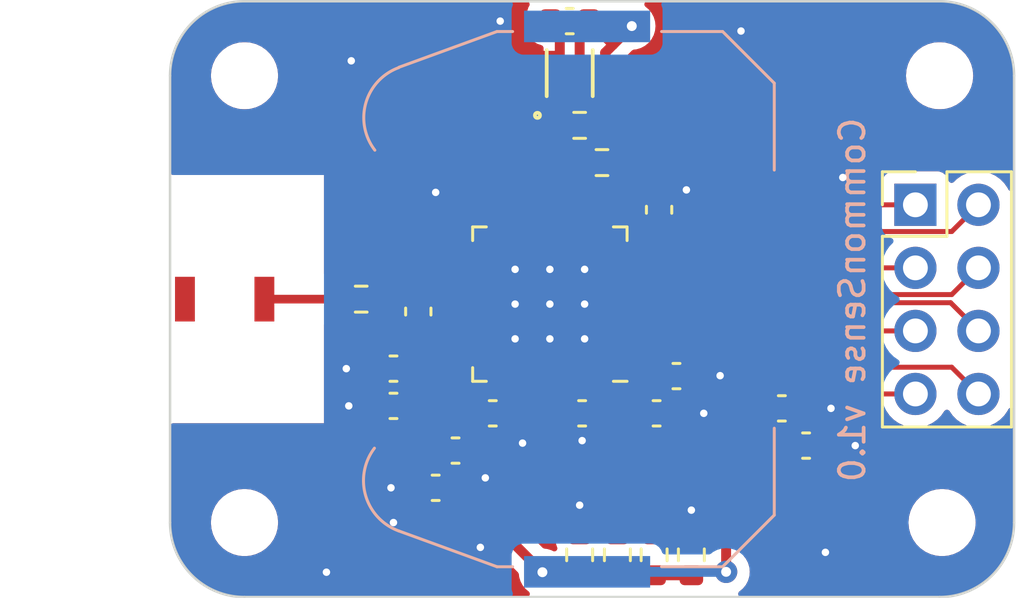
<source format=kicad_pcb>
(kicad_pcb (version 20221018) (generator pcbnew)
  (layers (0 "F.Cu" signal) (31 "B.Cu" signal) (34 "B.Paste" user) (35 "F.Paste" user) (36 "B.SilkS" user "B.Silkscreen") (37 "F.SilkS" user "F.Silkscreen") (38 "B.Mask" user) (39 "F.Mask" user) (44 "Edge.Cuts" user))
  (net 0 "")
  (net 1 "/RF")
  (net 2 "+3V3")
  (net 3 "GND")
  (net 4 "/XL1")
  (net 5 "/XL2")
  (net 6 "/DEC1")
  (net 7 "/DEC4")
  (net 8 "/DEC3")
  (net 9 "/DEC2")
  (net 10 "/XC1")
  (net 11 "/XC2")
  (net 12 "/ANT")
  (net 13 "/LED_RES1")
  (net 14 "/LED_RES2")
  (net 15 "/P0.09")
  (net 16 "/P0.08")
  (net 17 "/P0.07")
  (net 18 "/P0.06")
  (net 19 "/AIN3")
  (net 20 "/AIN2")
  (net 21 "/AIN1")
  (net 22 "/AIN0")
  (net 23 "/STATUS_LED1")
  (net 24 "/STATUS_LED2")
  (net 34 "/RESET")
  (net 35 "/SWDCLK")
  (net 36 "/SWDIO")
  (net 47 "/SDA")
  (net 48 "/SCL")
  (footprint "Capacitor_SMD:C_0603_1608Metric" (layer "F.Cu") (at 145 70.8 180)
    (fp_text reference "C9" hide)
    (fp_text value "N.C." hide)
    (fp_line (start -0.14058 -0.51) (end 0.14058 -0.51) (stroke (width 0.12)) (layer "F.SilkS"))
    (fp_line (start -0.14058 0.51) (end 0.14058 0.51) (stroke (width 0.12)) (layer "F.SilkS"))
    (pad "1" smd roundrect (at -0.775 0 180) (size 0.9 0.95) (layers "F.Cu" "F.Paste" "F.Mask") (net 9 "/DEC2"))
    (pad "2" smd roundrect (at 0.775 0 180) (size 0.9 0.95) (layers "F.Cu" "F.Paste" "F.Mask") (net 3 "GND"))
  )
  (footprint "Capacitor_SMD:C_0603_1608Metric" (layer "F.Cu") (at 156.4 71.1 180)
    (fp_text reference "C3" hide)
    (fp_text value "100n" hide)
    (fp_line (start -0.14058 -0.51) (end 0.14058 -0.51) (stroke (width 0.12)) (layer "F.SilkS"))
    (fp_line (start -0.14058 0.51) (end 0.14058 0.51) (stroke (width 0.12)) (layer "F.SilkS"))
    (pad "1" smd roundrect (at -0.775 0 180) (size 0.9 0.95) (layers "F.Cu" "F.Paste" "F.Mask") (net 3 "GND"))
    (pad "2" smd roundrect (at 0.775 0 180) (size 0.9 0.95) (layers "F.Cu" "F.Paste" "F.Mask") (net 6 "/DEC1"))
  )
  (footprint "MountingHole:MountingHole_2.2mm_M2" (layer "F.Cu") (at 167.1 77)
    (fp_text reference "H4" hide)
    (fp_text value "MountingHole" hide)
    (pad "" np_thru_hole circle locked (at 0 0) (size 2.2 2.2) (drill 2.2) (layers "*.Cu" "*.Mask"))
  )
  (footprint "MountingHole:MountingHole_2.2mm_M2" (layer "F.Cu") (at 139 77)
    (fp_text reference "H1" hide)
    (fp_text value "MountingHole" hide)
    (pad "" np_thru_hole circle locked (at 0 0) (size 2.2 2.2) (drill 2.2) (layers "*.Cu" "*.Mask"))
  )
  (footprint "Connector_PinHeader_2.54mm:PinHeader_2x04_P2.54mm_Vertical" (layer "F.Cu") (at 166.025 64.2)
    (fp_text reference "J1" hide)
    (fp_text value "Conn_02x04_Counter_Clockwise" hide)
    (fp_line (start -1.33 -1.33) (end 0 -1.33) (stroke (width 0.12)) (layer "F.SilkS"))
    (fp_line (start -1.33 0) (end -1.33 -1.33) (stroke (width 0.12)) (layer "F.SilkS"))
    (fp_line (start -1.33 1.27) (end -1.33 8.95) (stroke (width 0.12)) (layer "F.SilkS"))
    (fp_line (start -1.33 1.27) (end 1.27 1.27) (stroke (width 0.12)) (layer "F.SilkS"))
    (fp_line (start -1.33 8.95) (end 3.87 8.95) (stroke (width 0.12)) (layer "F.SilkS"))
    (fp_line (start 1.27 -1.33) (end 3.87 -1.33) (stroke (width 0.12)) (layer "F.SilkS"))
    (fp_line (start 1.27 1.27) (end 1.27 -1.33) (stroke (width 0.12)) (layer "F.SilkS"))
    (fp_line (start 3.87 -1.33) (end 3.87 8.95) (stroke (width 0.12)) (layer "F.SilkS"))
    (pad "1" thru_hole rect (at 0 0) (size 1.7 1.7) (drill 1) (layers "*.Cu" "*.Mask") (net 15 "/P0.09"))
    (pad "2" thru_hole oval (at 2.54 0) (size 1.7 1.7) (drill 1) (layers "*.Cu" "*.Mask") (net 16 "/P0.08"))
    (pad "3" thru_hole oval (at 0 2.54) (size 1.7 1.7) (drill 1) (layers "*.Cu" "*.Mask") (net 17 "/P0.07"))
    (pad "4" thru_hole oval (at 2.54 2.54) (size 1.7 1.7) (drill 1) (layers "*.Cu" "*.Mask") (net 18 "/P0.06"))
    (pad "5" thru_hole oval (at 0 5.08) (size 1.7 1.7) (drill 1) (layers "*.Cu" "*.Mask") (net 20 "/AIN2"))
    (pad "6" thru_hole oval (at 2.54 5.08) (size 1.7 1.7) (drill 1) (layers "*.Cu" "*.Mask") (net 19 "/AIN3"))
    (pad "7" thru_hole oval (at 0 7.62) (size 1.7 1.7) (drill 1) (layers "*.Cu" "*.Mask") (net 22 "/AIN0"))
    (pad "8" thru_hole oval (at 2.54 7.62) (size 1.7 1.7) (drill 1) (layers "*.Cu" "*.Mask") (net 21 "/AIN1"))
  )
  (footprint "encyclopedia_galactica:ECS-.327-12.5-12R-TR" (layer "F.Cu") (at 160.076228 75.527211 180)
    (fp_text reference "Y1" hide)
    (fp_text value " ECS-.327-12.5-12R-TR " hide)
    (pad "1" smd rect (at -0.7 0 180) (size 0.6 1.1) (layers "F.Cu" "F.Paste" "F.Mask") (net 5 "/XL2"))
    (pad "2" smd rect (at 0.7 0 180) (size 0.6 1.1) (layers "F.Cu" "F.Paste" "F.Mask") (net 4 "/XL1"))
  )
  (footprint "encyclopedia_galactica:2108838-1" (layer "F.Cu") (at 135.7 68)
    (fp_text reference "2108838-1" hide)
    (fp_text value "~" hide)
    (pad "1" smd rect (at 4.1 0) (size 0.8 1.8) (layers "F.Cu" "F.Paste" "F.Mask") (net 1 "/RF"))
    (pad "2" smd rect (at 0.9 0) (size 0.8 1.8) (layers "F.Cu" "F.Paste" "F.Mask"))
    (zone (net 0) (net_name "") (layers "*.Cu") (connect_pads (clearance 0)) (min_thickness 0.25)
      (keepout (tracks allowed) (vias not_allowed) (pads allowed) (copperpour not_allowed) (footprints not_allowed))
      (fill (thermal_gap 0.5) (thermal_bridge_width 0.5))
      (polygon (pts (xy 129.2 63) (xy 129.2 73) (xy 142.2 73) (xy 142.2 63)))
    )
  )
  (footprint "MountingHole:MountingHole_2.2mm_M2" (layer "F.Cu") (at 139 59)
    (fp_text reference "H2" hide)
    (fp_text value "MountingHole" hide)
    (pad "" np_thru_hole circle locked (at 0 0) (size 2.2 2.2) (drill 2.2) (layers "*.Cu" "*.Mask"))
  )
  (footprint "Resistor_SMD:R_0603_1608Metric" (layer "F.Cu") (at 154.02 78.3 -90)
    (fp_text reference "R2" hide)
    (fp_text value "R" hide)
    (fp_line (start -0.237258 -0.5225) (end 0.237258 -0.5225) (stroke (width 0.12)) (layer "F.SilkS"))
    (fp_line (start -0.237258 0.5225) (end 0.237258 0.5225) (stroke (width 0.12)) (layer "F.SilkS"))
    (pad "1" smd roundrect (at -0.825 0 270) (size 0.8 0.95) (layers "F.Cu" "F.Paste" "F.Mask") (net 24 "/STATUS_LED2"))
    (pad "2" smd roundrect (at 0.825 0 270) (size 0.8 0.95) (layers "F.Cu" "F.Paste" "F.Mask") (net 14 "/LED_RES2"))
  )
  (footprint "Resistor_SMD:R_0603_1608Metric" (layer "F.Cu") (at 157 78.3 -90)
    (fp_text reference "D1" hide)
    (fp_text value "LED" hide)
    (fp_line (start -0.237258 -0.5225) (end 0.237258 -0.5225) (stroke (width 0.12)) (layer "F.SilkS"))
    (fp_line (start -0.237258 0.5225) (end 0.237258 0.5225) (stroke (width 0.12)) (layer "F.SilkS"))
    (pad "1" smd roundrect (at -0.825 0 270) (size 0.8 0.95) (layers "F.Cu" "F.Paste" "F.Mask") (net 3 "GND"))
    (pad "2" smd roundrect (at 0.825 0 270) (size 0.8 0.95) (layers "F.Cu" "F.Paste" "F.Mask") (net 13 "/LED_RES1"))
  )
  (footprint "Package_DFN_QFN:QFN-48-1EP_6x6mm_P0.4mm_EP4.6x4.6mm" (layer "F.Cu") (at 151.3 68.2 180)
    (fp_text reference "U1" hide)
    (fp_text value "NRF52810-QFAA-R7" hide)
    (fp_line (start -3.11 3.11) (end -3.11 2.56) (stroke (width 0.12)) (layer "F.SilkS"))
    (fp_line (start -2.56 -3.11) (end -3.11 -3.11) (stroke (width 0.12)) (layer "F.SilkS"))
    (fp_line (start -2.56 3.11) (end -3.11 3.11) (stroke (width 0.12)) (layer "F.SilkS"))
    (fp_line (start 2.56 -3.11) (end 3.11 -3.11) (stroke (width 0.12)) (layer "F.SilkS"))
    (fp_line (start 2.56 3.11) (end 3.11 3.11) (stroke (width 0.12)) (layer "F.SilkS"))
    (fp_line (start 3.11 -3.11) (end 3.11 -2.56) (stroke (width 0.12)) (layer "F.SilkS"))
    (fp_line (start 3.11 3.11) (end 3.11 2.56) (stroke (width 0.12)) (layer "F.SilkS"))
    (pad "1" smd roundrect (at -2.95 -2.2 180) (size 0.8 0.2) (layers "F.Cu" "F.Paste" "F.Mask") (net 6 "/DEC1"))
    (pad "2" smd roundrect (at -2.95 -1.8 180) (size 0.8 0.2) (layers "F.Cu" "F.Paste" "F.Mask") (net 4 "/XL1"))
    (pad "3" smd roundrect (at -2.95 -1.4 180) (size 0.8 0.2) (layers "F.Cu" "F.Paste" "F.Mask") (net 5 "/XL2"))
    (pad "4" smd roundrect (at -2.95 -1 180) (size 0.8 0.2) (layers "F.Cu" "F.Paste" "F.Mask") (net 22 "/AIN0"))
    (pad "5" smd roundrect (at -2.95 -0.6 180) (size 0.8 0.2) (layers "F.Cu" "F.Paste" "F.Mask") (net 21 "/AIN1"))
    (pad "6" smd roundrect (at -2.95 -0.2 180) (size 0.8 0.2) (layers "F.Cu" "F.Paste" "F.Mask") (net 20 "/AIN2"))
    (pad "7" smd roundrect (at -2.95 0.2 180) (size 0.8 0.2) (layers "F.Cu" "F.Paste" "F.Mask") (net 19 "/AIN3"))
    (pad "8" smd roundrect (at -2.95 0.6 180) (size 0.8 0.2) (layers "F.Cu" "F.Paste" "F.Mask") (net 18 "/P0.06"))
    (pad "9" smd roundrect (at -2.95 1 180) (size 0.8 0.2) (layers "F.Cu" "F.Paste" "F.Mask") (net 17 "/P0.07"))
    (pad "10" smd roundrect (at -2.95 1.4 180) (size 0.8 0.2) (layers "F.Cu" "F.Paste" "F.Mask") (net 16 "/P0.08"))
    (pad "11" smd roundrect (at -2.95 1.8 180) (size 0.8 0.2) (layers "F.Cu" "F.Paste" "F.Mask") (net 15 "/P0.09"))
    (pad "12" smd roundrect (at -2.95 2.2 180) (size 0.8 0.2) (layers "F.Cu" "F.Paste" "F.Mask"))
    (pad "13" smd roundrect (at -2.2 2.95 180) (size 0.2 0.8) (layers "F.Cu" "F.Paste" "F.Mask") (net 2 "+3V3"))
    (pad "14" smd roundrect (at -1.8 2.95 180) (size 0.2 0.8) (layers "F.Cu" "F.Paste" "F.Mask"))
    (pad "15" smd roundrect (at -1.4 2.95 180) (size 0.2 0.8) (layers "F.Cu" "F.Paste" "F.Mask"))
    (pad "16" smd roundrect (at -1 2.95 180) (size 0.2 0.8) (layers "F.Cu" "F.Paste" "F.Mask") (net 48 "/SCL"))
    (pad "17" smd roundrect (at -0.6 2.95 180) (size 0.2 0.8) (layers "F.Cu" "F.Paste" "F.Mask") (net 47 "/SDA"))
    (pad "18" smd roundrect (at -0.2 2.95 180) (size 0.2 0.8) (layers "F.Cu" "F.Paste" "F.Mask"))
    (pad "19" smd roundrect (at 0.2 2.95 180) (size 0.2 0.8) (layers "F.Cu" "F.Paste" "F.Mask"))
    (pad "20" smd roundrect (at 0.6 2.95 180) (size 0.2 0.8) (layers "F.Cu" "F.Paste" "F.Mask"))
    (pad "21" smd roundrect (at 1 2.95 180) (size 0.2 0.8) (layers "F.Cu" "F.Paste" "F.Mask"))
    (pad "22" smd roundrect (at 1.4 2.95 180) (size 0.2 0.8) (layers "F.Cu" "F.Paste" "F.Mask"))
    (pad "23" smd roundrect (at 1.8 2.95 180) (size 0.2 0.8) (layers "F.Cu" "F.Paste" "F.Mask"))
    (pad "24" smd roundrect (at 2.2 2.95 180) (size 0.2 0.8) (layers "F.Cu" "F.Paste" "F.Mask") (net 34 "/RESET"))
    (pad "25" smd roundrect (at 2.95 2.2 180) (size 0.8 0.2) (layers "F.Cu" "F.Paste" "F.Mask") (net 35 "/SWDCLK"))
    (pad "26" smd roundrect (at 2.95 1.8 180) (size 0.8 0.2) (layers "F.Cu" "F.Paste" "F.Mask") (net 36 "/SWDIO"))
    (pad "27" smd roundrect (at 2.95 1.4 180) (size 0.8 0.2) (layers "F.Cu" "F.Paste" "F.Mask"))
    (pad "28" smd roundrect (at 2.95 1 180) (size 0.8 0.2) (layers "F.Cu" "F.Paste" "F.Mask"))
    (pad "29" smd roundrect (at 2.95 0.6 180) (size 0.8 0.2) (layers "F.Cu" "F.Paste" "F.Mask"))
    (pad "30" smd roundrect (at 2.95 0.2 180) (size 0.8 0.2) (layers "F.Cu" "F.Paste" "F.Mask") (net 12 "/ANT"))
    (pad "31" smd roundrect (at 2.95 -0.2 180) (size 0.8 0.2) (layers "F.Cu" "F.Paste" "F.Mask") (net 3 "GND"))
    (pad "32" smd roundrect (at 2.95 -0.6 180) (size 0.8 0.2) (layers "F.Cu" "F.Paste" "F.Mask") (net 9 "/DEC2"))
    (pad "33" smd roundrect (at 2.95 -1 180) (size 0.8 0.2) (layers "F.Cu" "F.Paste" "F.Mask") (net 8 "/DEC3"))
    (pad "34" smd roundrect (at 2.95 -1.4 180) (size 0.8 0.2) (layers "F.Cu" "F.Paste" "F.Mask") (net 11 "/XC2"))
    (pad "35" smd roundrect (at 2.95 -1.8 180) (size 0.8 0.2) (layers "F.Cu" "F.Paste" "F.Mask") (net 10 "/XC1"))
    (pad "36" smd roundrect (at 2.95 -2.2 180) (size 0.8 0.2) (layers "F.Cu" "F.Paste" "F.Mask") (net 2 "+3V3"))
    (pad "37" smd roundrect (at 2.2 -2.95 180) (size 0.2 0.8) (layers "F.Cu" "F.Paste" "F.Mask"))
    (pad "38" smd roundrect (at 1.8 -2.95 180) (size 0.2 0.8) (layers "F.Cu" "F.Paste" "F.Mask"))
    (pad "39" smd roundrect (at 1.4 -2.95 180) (size 0.2 0.8) (layers "F.Cu" "F.Paste" "F.Mask"))
    (pad "40" smd roundrect (at 1 -2.95 180) (size 0.2 0.8) (layers "F.Cu" "F.Paste" "F.Mask"))
    (pad "41" smd roundrect (at 0.6 -2.95 180) (size 0.2 0.8) (layers "F.Cu" "F.Paste" "F.Mask") (net 24 "/STATUS_LED2"))
    (pad "42" smd roundrect (at 0.2 -2.95 180) (size 0.2 0.8) (layers "F.Cu" "F.Paste" "F.Mask") (net 23 "/STATUS_LED1"))
    (pad "43" smd roundrect (at -0.2 -2.95 180) (size 0.2 0.8) (layers "F.Cu" "F.Paste" "F.Mask"))
    (pad "44" smd roundrect (at -0.6 -2.95 180) (size 0.2 0.8) (layers "F.Cu" "F.Paste" "F.Mask"))
    (pad "45" smd roundrect (at -1 -2.95 180) (size 0.2 0.8) (layers "F.Cu" "F.Paste" "F.Mask") (net 3 "GND"))
    (pad "46" smd roundrect (at -1.4 -2.95 180) (size 0.2 0.8) (layers "F.Cu" "F.Paste" "F.Mask") (net 7 "/DEC4"))
    (pad "47" smd roundrect (at -1.8 -2.95 180) (size 0.2 0.8) (layers "F.Cu" "F.Paste" "F.Mask"))
    (pad "48" smd roundrect (at -2.2 -2.95 180) (size 0.2 0.8) (layers "F.Cu" "F.Paste" "F.Mask") (net 2 "+3V3"))
    (pad "49" smd rect (at 0 0 180) (size 4.6 4.6) (layers "F.Cu" "F.Mask") (net 3 "GND"))
  )
  (footprint "Capacitor_SMD:C_0603_1608Metric" (layer "F.Cu") (at 145 72.3 180)
    (fp_text reference "C8" hide)
    (fp_text value "100pF" hide)
    (fp_line (start -0.14058 -0.51) (end 0.14058 -0.51) (stroke (width 0.12)) (layer "F.SilkS"))
    (fp_line (start -0.14058 0.51) (end 0.14058 0.51) (stroke (width 0.12)) (layer "F.SilkS"))
    (pad "1" smd roundrect (at -0.775 0 180) (size 0.9 0.95) (layers "F.Cu" "F.Paste" "F.Mask") (net 8 "/DEC3"))
    (pad "2" smd roundrect (at 0.775 0 180) (size 0.9 0.95) (layers "F.Cu" "F.Paste" "F.Mask") (net 3 "GND"))
  )
  (footprint "Capacitor_SMD:C_0603_1608Metric" (layer "F.Cu") (at 155.6 72.6 180)
    (fp_text reference "C5" hide)
    (fp_text value "4u7" hide)
    (fp_line (start -0.14058 -0.51) (end 0.14058 -0.51) (stroke (width 0.12)) (layer "F.SilkS"))
    (fp_line (start -0.14058 0.51) (end 0.14058 0.51) (stroke (width 0.12)) (layer "F.SilkS"))
    (pad "1" smd roundrect (at -0.775 0 180) (size 0.9 0.95) (layers "F.Cu" "F.Paste" "F.Mask") (net 3 "GND"))
    (pad "2" smd roundrect (at 0.775 0 180) (size 0.9 0.95) (layers "F.Cu" "F.Paste" "F.Mask") (net 2 "+3V3"))
  )
  (footprint "Capacitor_SMD:C_0603_1608Metric" (layer "F.Cu") (at 147.5 74.1)
    (fp_text reference "C11" hide)
    (fp_text value "12pF" hide)
    (fp_line (start -0.14058 -0.51) (end 0.14058 -0.51) (stroke (width 0.12)) (layer "F.SilkS"))
    (fp_line (start -0.14058 0.51) (end 0.14058 0.51) (stroke (width 0.12)) (layer "F.SilkS"))
    (pad "1" smd roundrect (at -0.775 0) (size 0.9 0.95) (layers "F.Cu" "F.Paste" "F.Mask") (net 11 "/XC2"))
    (pad "2" smd roundrect (at 0.775 0) (size 0.9 0.95) (layers "F.Cu" "F.Paste" "F.Mask") (net 3 "GND"))
  )
  (footprint "Resistor_SMD:R_0603_1608Metric" (layer "F.Cu") (at 152.5 61 180)
    (fp_text reference "R4" hide)
    (fp_text value "10k" hide)
    (fp_line (start -0.237258 -0.5225) (end 0.237258 -0.5225) (stroke (width 0.12)) (layer "F.SilkS"))
    (fp_line (start -0.237258 0.5225) (end 0.237258 0.5225) (stroke (width 0.12)) (layer "F.SilkS"))
    (pad "1" smd roundrect (at -0.825 0 180) (size 0.8 0.95) (layers "F.Cu" "F.Paste" "F.Mask") (net 2 "+3V3"))
    (pad "2" smd roundrect (at 0.825 0 180) (size 0.8 0.95) (layers "F.Cu" "F.Paste" "F.Mask") (net 47 "/SDA"))
  )
  (footprint "Resistor_SMD:R_0603_1608Metric" (layer "F.Cu") (at 155.5 78.3 -90)
    (fp_text reference "R1" hide)
    (fp_text value "R" hide)
    (fp_line (start -0.237258 -0.5225) (end 0.237258 -0.5225) (stroke (width 0.12)) (layer "F.SilkS"))
    (fp_line (start -0.237258 0.5225) (end 0.237258 0.5225) (stroke (width 0.12)) (layer "F.SilkS"))
    (pad "1" smd roundrect (at -0.825 0 270) (size 0.8 0.95) (layers "F.Cu" "F.Paste" "F.Mask") (net 23 "/STATUS_LED1"))
    (pad "2" smd roundrect (at 0.825 0 270) (size 0.8 0.95) (layers "F.Cu" "F.Paste" "F.Mask") (net 13 "/LED_RES1"))
  )
  (footprint "MountingHole:MountingHole_2.2mm_M2" (layer "F.Cu") (at 167 59)
    (fp_text reference "H3" hide)
    (fp_text value "MountingHole" hide)
    (pad "" np_thru_hole circle locked (at 0 0) (size 2.2 2.2) (drill 2.2) (layers "*.Cu" "*.Mask"))
  )
  (footprint "Resistor_SMD:R_0603_1608Metric" (layer "F.Cu") (at 143.7 68 180)
    (fp_text reference "L1" hide)
    (fp_text value "3.9nH" hide)
    (fp_line (start -0.237258 -0.5225) (end 0.237258 -0.5225) (stroke (width 0.12)) (layer "F.SilkS"))
    (fp_line (start -0.237258 0.5225) (end 0.237258 0.5225) (stroke (width 0.12)) (layer "F.SilkS"))
    (pad "1" smd roundrect (at -0.825 0 180) (size 0.8 0.95) (layers "F.Cu" "F.Paste" "F.Mask") (net 12 "/ANT"))
    (pad "2" smd roundrect (at 0.825 0 180) (size 0.8 0.95) (layers "F.Cu" "F.Paste" "F.Mask") (net 1 "/RF"))
  )
  (footprint "Resistor_SMD:R_0603_1608Metric" (layer "F.Cu") (at 153.4 62.5)
    (fp_text reference "R3" hide)
    (fp_text value "10k" hide)
    (fp_line (start -0.237258 -0.5225) (end 0.237258 -0.5225) (stroke (width 0.12)) (layer "F.SilkS"))
    (fp_line (start -0.237258 0.5225) (end 0.237258 0.5225) (stroke (width 0.12)) (layer "F.SilkS"))
    (pad "1" smd roundrect (at -0.825 0) (size 0.8 0.95) (layers "F.Cu" "F.Paste" "F.Mask") (net 48 "/SCL"))
    (pad "2" smd roundrect (at 0.825 0) (size 0.8 0.95) (layers "F.Cu" "F.Paste" "F.Mask") (net 2 "+3V3"))
  )
  (footprint "Capacitor_SMD:C_0603_1608Metric" (layer "F.Cu") (at 149 72.6 180)
    (fp_text reference "C7" hide)
    (fp_text value "100n" hide)
    (fp_line (start -0.14058 -0.51) (end 0.14058 -0.51) (stroke (width 0.12)) (layer "F.SilkS"))
    (fp_line (start -0.14058 0.51) (end 0.14058 0.51) (stroke (width 0.12)) (layer "F.SilkS"))
    (pad "1" smd roundrect (at -0.775 0 180) (size 0.9 0.95) (layers "F.Cu" "F.Paste" "F.Mask") (net 3 "GND"))
    (pad "2" smd roundrect (at 0.775 0 180) (size 0.9 0.95) (layers "F.Cu" "F.Paste" "F.Mask") (net 2 "+3V3"))
  )
  (footprint "Capacitor_SMD:C_0603_1608Metric" (layer "F.Cu") (at 152.1 56.8 180)
    (fp_text reference "C13" hide)
    (fp_text value "100n" hide)
    (fp_line (start -0.14058 -0.51) (end 0.14058 -0.51) (stroke (width 0.12)) (layer "F.SilkS"))
    (fp_line (start -0.14058 0.51) (end 0.14058 0.51) (stroke (width 0.12)) (layer "F.SilkS"))
    (pad "1" smd roundrect (at -0.775 0 180) (size 0.9 0.95) (layers "F.Cu" "F.Paste" "F.Mask") (net 2 "+3V3"))
    (pad "2" smd roundrect (at 0.775 0 180) (size 0.9 0.95) (layers "F.Cu" "F.Paste" "F.Mask") (net 3 "GND"))
  )
  (footprint "Capacitor_SMD:C_0603_1608Metric" (layer "F.Cu") (at 161.62255 73.900001)
    (fp_text reference "C2" hide)
    (fp_text value "12pF" hide)
    (fp_line (start -0.14058 -0.51) (end 0.14058 -0.51) (stroke (width 0.12)) (layer "F.SilkS"))
    (fp_line (start -0.14058 0.51) (end 0.14058 0.51) (stroke (width 0.12)) (layer "F.SilkS"))
    (pad "1" smd roundrect (at -0.775 0) (size 0.9 0.95) (layers "F.Cu" "F.Paste" "F.Mask") (net 5 "/XL2"))
    (pad "2" smd roundrect (at 0.775 0) (size 0.9 0.95) (layers "F.Cu" "F.Paste" "F.Mask") (net 3 "GND"))
  )
  (footprint "Capacitor_SMD:C_0603_1608Metric" (layer "F.Cu") (at 155.7 64.4 -90)
    (fp_text reference "C4" hide)
    (fp_text value "100n" hide)
    (fp_line (start -0.14058 -0.51) (end 0.14058 -0.51) (stroke (width 0.12)) (layer "F.SilkS"))
    (fp_line (start -0.14058 0.51) (end 0.14058 0.51) (stroke (width 0.12)) (layer "F.SilkS"))
    (pad "1" smd roundrect (at -0.775 0 270) (size 0.9 0.95) (layers "F.Cu" "F.Paste" "F.Mask") (net 3 "GND"))
    (pad "2" smd roundrect (at 0.775 0 270) (size 0.9 0.95) (layers "F.Cu" "F.Paste" "F.Mask") (net 2 "+3V3"))
  )
  (footprint "encyclopedia_galactica:DFN4_SHT41_SEN" (layer "F.Cu") (at 152.1 58.8969 90)
    (fp_text reference "U2" hide)
    (fp_text value "SHT41-AD1B-R2" hide)
    (fp_line (start -0.9271 0.9271) (end 0.9271 0.9271) (stroke (width 0.1524)) (layer "F.SilkS"))
    (fp_line (start 0.9271 -0.9271) (end -0.9271 -0.9271) (stroke (width 0.1524)) (layer "F.SilkS"))
    (fp_circle (center -1.7 -1.3) (end -1.5984 -1.3) (stroke (width 0.1524)) (fill none) (layer "F.SilkS"))
    (pad "1" smd rect (at -0.7469 -0.40005 90) (size 0.706399 0.3056) (layers "F.Cu" "F.Paste" "F.Mask") (net 47 "/SDA"))
    (pad "2" smd rect (at -0.7469 0.40005 90) (size 0.706399 0.3056) (layers "F.Cu" "F.Paste" "F.Mask") (net 48 "/SCL"))
    (pad "3" smd rect (at 0.7469 0.40005 90) (size 0.706399 0.3056) (layers "F.Cu" "F.Paste" "F.Mask") (net 2 "+3V3"))
    (pad "4" smd rect (at 0.7469 -0.40005 90) (size 0.706399 0.3056) (layers "F.Cu" "F.Paste" "F.Mask") (net 3 "GND"))
  )
  (footprint "Capacitor_SMD:C_0603_1608Metric" (layer "F.Cu") (at 160.6451 72.400001)
    (fp_text reference "C1" hide)
    (fp_text value "12pF" hide)
    (fp_line (start -0.14058 -0.51) (end 0.14058 -0.51) (stroke (width 0.12)) (layer "F.SilkS"))
    (fp_line (start -0.14058 0.51) (end 0.14058 0.51) (stroke (width 0.12)) (layer "F.SilkS"))
    (pad "1" smd roundrect (at -0.775 0) (size 0.9 0.95) (layers "F.Cu" "F.Paste" "F.Mask") (net 4 "/XL1"))
    (pad "2" smd roundrect (at 0.775 0) (size 0.9 0.95) (layers "F.Cu" "F.Paste" "F.Mask") (net 3 "GND"))
  )
  (footprint "encyclopedia_galactica:ABM11W-30.0000MHZ-7-D1X-T3" (layer "F.Cu") (at 146.7625 77.5)
    (fp_text reference "Y2" hide)
    (fp_text value "ABM11W-32.0000MHZ-7-D1X-T3 " hide)
    (pad "1" smd rect (at -0.637 -0.487 90) (size 0.775 0.875) (layers "F.Cu" "F.Paste" "F.Mask") (net 3 "GND"))
    (pad "2" smd rect (at 0.637 -0.487 90) (size 0.775 0.875) (layers "F.Cu" "F.Paste" "F.Mask") (net 10 "/XC1"))
    (pad "3" smd rect (at -0.637 0.487 90) (size 0.775 0.875) (layers "F.Cu" "F.Paste" "F.Mask") (net 11 "/XC2"))
    (pad "4" smd rect (at 0.637 0.487 90) (size 0.775 0.875) (layers "F.Cu" "F.Paste" "F.Mask") (net 3 "GND"))
  )
  (footprint "Capacitor_SMD:C_0603_1608Metric" (layer "F.Cu") (at 146 68.5 90)
    (fp_text reference "C12" hide)
    (fp_text value "0.8pF" hide)
    (fp_line (start -0.14058 -0.51) (end 0.14058 -0.51) (stroke (width 0.12)) (layer "F.SilkS"))
    (fp_line (start -0.14058 0.51) (end 0.14058 0.51) (stroke (width 0.12)) (layer "F.SilkS"))
    (pad "1" smd roundrect (at -0.775 0 90) (size 0.9 0.95) (layers "F.Cu" "F.Paste" "F.Mask") (net 3 "GND"))
    (pad "2" smd roundrect (at 0.775 0 90) (size 0.9 0.95) (layers "F.Cu" "F.Paste" "F.Mask") (net 12 "/ANT"))
  )
  (footprint "Capacitor_SMD:C_0603_1608Metric" (layer "F.Cu") (at 152.6 72.6 180)
    (fp_text reference "C6" hide)
    (fp_text value "1u" hide)
    (fp_line (start -0.14058 -0.51) (end 0.14058 -0.51) (stroke (width 0.12)) (layer "F.SilkS"))
    (fp_line (start -0.14058 0.51) (end 0.14058 0.51) (stroke (width 0.12)) (layer "F.SilkS"))
    (pad "1" smd roundrect (at -0.775 0 180) (size 0.9 0.95) (layers "F.Cu" "F.Paste" "F.Mask") (net 7 "/DEC4"))
    (pad "2" smd roundrect (at 0.775 0 180) (size 0.9 0.95) (layers "F.Cu" "F.Paste" "F.Mask") (net 3 "GND"))
  )
  (footprint "Resistor_SMD:R_0603_1608Metric" (layer "F.Cu") (at 152.5 78.3 -90)
    (fp_text reference "D2" hide)
    (fp_text value "LED" hide)
    (fp_line (start -0.237258 -0.5225) (end 0.237258 -0.5225) (stroke (width 0.12)) (layer "F.SilkS"))
    (fp_line (start -0.237258 0.5225) (end 0.237258 0.5225) (stroke (width 0.12)) (layer "F.SilkS"))
    (pad "1" smd roundrect (at -0.825 0 270) (size 0.8 0.95) (layers "F.Cu" "F.Paste" "F.Mask") (net 3 "GND"))
    (pad "2" smd roundrect (at 0.825 0 270) (size 0.8 0.95) (layers "F.Cu" "F.Paste" "F.Mask") (net 14 "/LED_RES2"))
  )
  (footprint "Capacitor_SMD:C_0603_1608Metric" (layer "F.Cu") (at 146.7 75.6 180)
    (fp_text reference "C10" hide)
    (fp_text value "12pF" hide)
    (fp_line (start -0.14058 -0.51) (end 0.14058 -0.51) (stroke (width 0.12)) (layer "F.SilkS"))
    (fp_line (start -0.14058 0.51) (end 0.14058 0.51) (stroke (width 0.12)) (layer "F.SilkS"))
    (pad "1" smd roundrect (at -0.775 0 180) (size 0.9 0.95) (layers "F.Cu" "F.Paste" "F.Mask") (net 10 "/XC1"))
    (pad "2" smd roundrect (at 0.775 0 180) (size 0.9 0.95) (layers "F.Cu" "F.Paste" "F.Mask") (net 3 "GND"))
  )
  (footprint "Battery:BatteryHolder_Keystone_3034_1x20mm" (layer "B.Cu") (at 152.8 68 90)
    (fp_text reference "BT1" hide)
    (fp_text value "Battery_Cell" hide)
    (fp_line (start -10.78 -3.63) (end -9.34 -7.58) (stroke (width 0.12)) (layer "B.SilkS"))
    (fp_line (start -10.78 -3) (end -10.78 -3.63) (stroke (width 0.12)) (layer "B.SilkS"))
    (fp_line (start -10.78 5.46) (end -10.78 3) (stroke (width 0.12)) (layer "B.SilkS"))
    (fp_line (start -8.7 7.54) (end -10.78 5.46) (stroke (width 0.12)) (layer "B.SilkS"))
    (fp_line (start -5.2 7.54) (end -8.7 7.54) (stroke (width 0.12)) (layer "B.SilkS"))
    (fp_line (start 8.7 7.54) (end 5.2 7.54) (stroke (width 0.12)) (layer "B.SilkS"))
    (fp_line (start 8.7 7.54) (end 10.78 5.46) (stroke (width 0.12)) (layer "B.SilkS"))
    (fp_line (start 10.78 -3.63) (end 9.34 -7.58) (stroke (width 0.12)) (layer "B.SilkS"))
    (fp_line (start 10.78 -3) (end 10.78 -3.63) (stroke (width 0.12)) (layer "B.SilkS"))
    (fp_line (start 10.78 5.46) (end 10.78 3) (stroke (width 0.12)) (layer "B.SilkS"))
    (fp_arc (start -9.34 -7.58) (mid -7.921654 -8.918738) (end -6.003354 -8.56653) (stroke (width 0.12)) (layer "B.SilkS"))
    (fp_arc (start 6 -8.55) (mid 7.90634 -8.911669) (end 9.325243 -7.588169) (stroke (width 0.12)) (layer "B.SilkS"))
    (pad "1" smd rect (at -10.985 0 90) (size 1.27 5.08) (layers "B.Cu" "B.Paste" "B.Mask") (net 2 "+3V3"))
    (pad "1" smd rect (at 10.985 0 90) (size 1.27 5.08) (layers "B.Cu" "B.Paste" "B.Mask") (net 2 "+3V3"))
    (pad "2" smd circle (at 0 0 90) (size 17.8 17.8) (layers "B.Cu" "B.Mask") (net 3 "GND"))
  )
  (gr_line locked (start 167 80) (end 139 80) (stroke (width 0.1)) (layer "Edge.Cuts"))
  (gr_line locked (start 170 59) (end 170 77) (stroke (width 0.1)) (layer "Edge.Cuts"))
  (gr_arc locked (start 138.999999 80.000001) (mid 136.878679 79.121321) (end 135.999999 77.000001) (stroke (width 0.1)) (layer "Edge.Cuts"))
  (gr_arc locked (start 167 56) (mid 169.12132 56.87868) (end 170 59) (stroke (width 0.1)) (layer "Edge.Cuts"))
  (gr_arc locked (start 135.999999 58.999999) (mid 136.878679 56.878679) (end 138.999999 55.999999) (stroke (width 0.1)) (layer "Edge.Cuts"))
  (gr_line locked (start 139 56) (end 167 56) (stroke (width 0.1)) (layer "Edge.Cuts"))
  (gr_arc locked (start 170.000001 77.000001) (mid 169.121321 79.121321) (end 167.000001 80.000001) (stroke (width 0.1)) (layer "Edge.Cuts"))
  (gr_line locked (start 136 77) (end 136 59) (stroke (width 0.1)) (layer "Edge.Cuts"))
  (gr_text "CommonSense v1.0" (at 162.9 60.6 90) (layer "B.SilkS") (effects (font (size 1 1)) (justify left top mirror)))
  (segment (start 142.875 68) (end 139.8 68) (width 0.35) (layer "F.Cu") (net 1))
  (segment (start 154.225 62.5) (end 153.527 62.5) (width 0.4) (layer "F.Cu") (net 2))
  (segment (start 148.225 72.6) (end 148.225 70.525) (width 0.4) (layer "F.Cu") (net 2))
  (segment (start 154.825 72.6) (end 153.6 71.375) (width 0.4) (layer "F.Cu") (net 2))
  (segment (start 148.323 70.427) (end 148.35 70.427) (width 0.4) (layer "F.Cu") (net 2))
  (segment (start 153.527 58.073) (end 153.527 62.5) (width 0.4) (layer "F.Cu") (net 2))
  (segment (start 153.6 71.375) (end 153.6 71.15) (width 0.4) (layer "F.Cu") (net 2))
  (segment (start 153.527 62.5) (end 153.527 65.25) (width 0.4) (layer "F.Cu") (net 2))
  (segment (start 149.4 73.775) (end 149.4 77.4) (width 0.4) (layer "F.Cu") (net 2))
  (segment (start 152.50005 58.1531) (end 152.50005 57.17495) (width 0.4) (layer "F.Cu") (net 2))
  (segment (start 152.9 56.8) (end 153.85 57.75) (width 0.4) (layer "F.Cu") (net 2))
  (segment (start 148.225 72.6) (end 149.4 73.775) (width 0.4) (layer "F.Cu") (net 2))
  (segment (start 153.527 65.25) (end 155.625 65.25) (width 0.4) (layer "F.Cu") (net 2))
  (segment (start 155.625 65.25) (end 155.7 65.175) (width 0.4) (layer "F.Cu") (net 2))
  (segment (start 152.875 56.8) (end 152.9 56.8) (width 0.4) (layer "F.Cu") (net 2))
  (segment (start 158.4 76.175) (end 154.825 72.6) (width 0.4) (layer "F.Cu") (net 2))
  (segment (start 152.50005 57.17495) (end 152.875 56.8) (width 0.4) (layer "F.Cu") (net 2))
  (segment (start 153.85 57.75) (end 154.6 57) (width 0.4) (layer "F.Cu") (net 2))
  (segment (start 153.85 57.75) (end 153.527 58.073) (width 0.4) (layer "F.Cu") (net 2))
  (segment (start 148.225 70.525) (end 148.323 70.427) (width 0.4) (layer "F.Cu") (net 2))
  (segment (start 149.4 77.4) (end 151 79) (width 0.4) (layer "F.Cu") (net 2))
  (segment (start 158.4 78.985) (end 158.4 76.175) (width 0.4) (layer "F.Cu") (net 2))
  (via (at 158.4 78.985) (size 0.9) (drill 0.4) (layers "F.Cu" "B.Cu") (net 2))
  (via (at 154.6 57) (size 0.9) (drill 0.4) (layers "F.Cu" "B.Cu") (net 2))
  (via (at 151 79) (size 0.9) (drill 0.4) (layers "F.Cu" "B.Cu") (net 2))
  (segment (start 158.4 78.985) (end 152.8 78.985) (width 0.4) (layer "B.Cu") (net 2))
  (segment (start 158.14136 71.1) (end 157.175 71.1) (width 0.4) (layer "F.Cu") (net 3))
  (segment (start 144.225 70.8) (end 143.1 70.8) (width 0.4) (layer "F.Cu") (net 3))
  (segment (start 158.15864 71.08272) (end 158.14136 71.1) (width 0.4) (layer "F.Cu") (net 3))
  (segment (start 152.3 71.15) (end 152.3 72.125) (width 0.2) (layer "F.Cu") (net 3))
  (segment (start 156.8 63.6) (end 155.725 63.6) (width 0.4) (layer "F.Cu") (net 3))
  (segment (start 148.487 77.987) (end 148.5 78) (width 0.4) (layer "F.Cu") (net 3))
  (segment (start 149.7 68.4) (end 149.9 68.2) (width 0.2) (layer "F.Cu") (net 3))
  (segment (start 151.69995 57.17495) (end 151.325 56.8) (width 0.4) (layer "F.Cu") (net 3))
  (segment (start 149.775 73.375) (end 150.2 73.8) (width 0.4) (layer "F.Cu") (net 3))
  (segment (start 155.725 63.6) (end 155.7 63.625) (width 0.4) (layer "F.Cu") (net 3))
  (segment (start 151.325 56.8) (end 149.3 56.8) (width 0.4) (layer "F.Cu") (net 3))
  (segment (start 152.3 72.125) (end 151.825 72.6) (width 0.2) (layer "F.Cu") (net 3))
  (segment (start 151.825 72.925) (end 152.6 73.7) (width 0.4) (layer "F.Cu") (net 3))
  (segment (start 145.925 75.6) (end 144.9 75.6) (width 0.4) (layer "F.Cu") (net 3))
  (segment (start 145.013 77.013) (end 145 77) (width 0.4) (layer "F.Cu") (net 3))
  (segment (start 148.375 74.1) (end 148.375 74.875) (width 0.4) (layer "F.Cu") (net 3))
  (segment (start 157 77.475) (end 157 76.5) (width 0.4) (layer "F.Cu") (net 3))
  (segment (start 161.420102 72.400001) (end 162.624999 72.400001) (width 0.4) (layer "F.Cu") (net 3))
  (segment (start 151.69995 58.1531) (end 151.69995 57.17495) (width 0.4) (layer "F.Cu") (net 3))
  (segment (start 144.225 72.3) (end 143.2 72.3) (width 0.4) (layer "F.Cu") (net 3))
  (segment (start 148.35 68.4) (end 148.312495 68.437505) (width 0.2) (layer "F.Cu") (net 3))
  (segment (start 152.5 77.475) (end 152.5 76.3) (width 0.4) (layer "F.Cu") (net 3))
  (segment (start 148.375 74.875) (end 148.7 75.2) (width 0.4) (layer "F.Cu") (net 3))
  (segment (start 156.375 72.6) (end 157.5 72.6) (width 0.4) (layer "F.Cu") (net 3))
  (segment (start 148.312495 68.437505) (end 146.837495 68.437505) (width 0.2) (layer "F.Cu") (net 3))
  (segment (start 149.775 72.6) (end 149.775 73.375) (width 0.4) (layer "F.Cu") (net 3))
  (segment (start 151.825 72.6) (end 151.825 72.925) (width 0.4) (layer "F.Cu") (net 3))
  (segment (start 146.837495 68.437505) (end 146 69.275) (width 0.2) (layer "F.Cu") (net 3))
  (segment (start 148.35 68.4) (end 149.7 68.4) (width 0.2) (layer "F.Cu") (net 3))
  (segment (start 162.39755 73.900001) (end 163.60245 73.899999) (width 0.4) (layer "F.Cu") (net 3))
  (segment (start 146.1255 77.013) (end 145.013 77.013) (width 0.4) (layer "F.Cu") (net 3))
  (segment (start 147.3995 77.987) (end 148.487 77.987) (width 0.4) (layer "F.Cu") (net 3))
  (via (at 157.5 72.6) (size 0.6) (drill 0.3) (layers "F.Cu" "B.Cu") (net 3))
  (via (at 151.3 69.6) (size 0.6) (drill 0.3) (layers "F.Cu" "B.Cu") (net 3))
  (via (at 142.3 79) (size 0.6) (drill 0.3) (layers "F.Cu" "B.Cu") (net 3))
  (via (at 162.4 78.2) (size 0.6) (drill 0.3) (layers "F.Cu" "B.Cu") (net 3))
  (via (at 158.15864 71.08272) (size 0.6) (drill 0.3) (layers "F.Cu" "B.Cu") (net 3))
  (via (at 163.1 63.1) (size 0.6) (drill 0.3) (layers "F.Cu" "B.Cu") (net 3))
  (via (at 144.9 75.6) (size 0.6) (drill 0.3) (layers "F.Cu" "B.Cu") (net 3))
  (via (at 157 76.5) (size 0.6) (drill 0.3) (layers "F.Cu" "B.Cu") (net 3))
  (via (at 148.5 78) (size 0.6) (drill 0.3) (layers "F.Cu" "B.Cu") (net 3))
  (via (at 148.7 75.2) (size 0.6) (drill 0.3) (layers "F.Cu" "B.Cu") (net 3))
  (via (at 149.9 68.2) (size 0.6) (drill 0.3) (layers "F.Cu" "B.Cu") (net 3))
  (via (at 162.624999 72.400001) (size 0.6) (drill 0.3) (layers "F.Cu" "B.Cu") (net 3))
  (via (at 152.5 76.3) (size 0.6) (drill 0.3) (layers "F.Cu" "B.Cu") (net 3))
  (via (at 149.3 56.8) (size 0.6) (drill 0.3) (layers "F.Cu" "B.Cu") (net 3))
  (via (at 149.9 66.8) (size 0.6) (drill 0.3) (layers "F.Cu" "B.Cu") (net 3))
  (via (at 149.9 69.6) (size 0.6) (drill 0.3) (layers "F.Cu" "B.Cu") (net 3))
  (via (at 146.7 63.7) (size 0.6) (drill 0.3) (layers "F.Cu" "B.Cu") (net 3))
  (via (at 156.8 63.6) (size 0.6) (drill 0.3) (layers "F.Cu" "B.Cu") (net 3))
  (via (at 150.2 73.8) (size 0.6) (drill 0.3) (layers "F.Cu" "B.Cu") (net 3))
  (via (at 143.3 58.4) (size 0.6) (drill 0.3) (layers "F.Cu" "B.Cu") (net 3))
  (via (at 163.60245 73.899999) (size 0.6) (drill 0.3) (layers "F.Cu" "B.Cu") (net 3))
  (via (at 152.7 68.2) (size 0.6) (drill 0.3) (layers "F.Cu" "B.Cu") (net 3))
  (via (at 151.3 68.2) (size 0.6) (drill 0.3) (layers "F.Cu" "B.Cu") (net 3))
  (via (at 152.6 73.7) (size 0.6) (drill 0.3) (layers "F.Cu" "B.Cu") (net 3))
  (via (at 159 57.2) (size 0.6) (drill 0.3) (layers "F.Cu" "B.Cu") (net 3))
  (via (at 145 77) (size 0.6) (drill 0.3) (layers "F.Cu" "B.Cu") (net 3))
  (via (at 143.2 72.3) (size 0.6) (drill 0.3) (layers "F.Cu" "B.Cu") (net 3))
  (via (at 151.3 66.8) (size 0.6) (drill 0.3) (layers "F.Cu" "B.Cu") (net 3))
  (via (at 143.1 70.8) (size 0.6) (drill 0.3) (layers "F.Cu" "B.Cu") (net 3))
  (via (at 152.7 66.8) (size 0.6) (drill 0.3) (layers "F.Cu" "B.Cu") (net 3))
  (via (at 152.7 69.6) (size 0.6) (drill 0.3) (layers "F.Cu" "B.Cu") (net 3))
  (segment (start 159.376228 71.555017) (end 157.821211 70) (width 0.2) (layer "F.Cu") (net 4))
  (segment (start 157.821211 70) (end 154.25 70) (width 0.2) (layer "F.Cu") (net 4))
  (segment (start 159.8701 72.400001) (end 159.376229 72.400001) (width 0.2) (layer "F.Cu") (net 4))
  (segment (start 159.376228 72.4) (end 159.376228 71.555017) (width 0.2) (layer "F.Cu") (net 4))
  (segment (start 159.376229 72.400001) (end 159.376228 72.4) (width 0.2) (layer "F.Cu") (net 4))
  (segment (start 159.376228 75.527211) (end 159.376228 72.4) (width 0.2) (layer "F.Cu") (net 4))
  (segment (start 160.7431 75.494083) (end 160.7431 71.8701) (width 0.2) (layer "F.Cu") (net 5))
  (segment (start 160.776228 75.527211) (end 160.7431 75.494083) (width 0.2) (layer "F.Cu") (net 5))
  (segment (start 160.7431 71.8701) (end 158.473 69.6) (width 0.2) (layer "F.Cu") (net 5))
  (segment (start 158.473 69.6) (end 154.25 69.6) (width 0.2) (layer "F.Cu") (net 5))
  (segment (start 154.925 70.4) (end 155.625 71.1) (width 0.2) (layer "F.Cu") (net 6))
  (segment (start 154.25 70.4) (end 154.925 70.4) (width 0.2) (layer "F.Cu") (net 6))
  (segment (start 152.7 71.15) (end 152.7 72.1) (width 0.2) (layer "F.Cu") (net 7))
  (segment (start 153.2 72.6) (end 153.375 72.6) (width 0.2) (layer "F.Cu") (net 7))
  (segment (start 152.7 72.1) (end 153.2 72.6) (width 0.2) (layer "F.Cu") (net 7))
  (segment (start 145.775 72.3) (end 146.498 71.577) (width 0.2) (layer "F.Cu") (net 8))
  (segment (start 146.498 71.577) (end 146.498 70.535367) (width 0.2) (layer "F.Cu") (net 8))
  (segment (start 146.498 70.535367) (end 147.833367 69.2) (width 0.2) (layer "F.Cu") (net 8))
  (segment (start 147.833367 69.2) (end 148.35 69.2) (width 0.2) (layer "F.Cu") (net 8))
  (segment (start 145.775 70.614225) (end 145.775 70.8) (width 0.2) (layer "F.Cu") (net 9))
  (segment (start 147.589225 68.8) (end 145.775 70.614225) (width 0.2) (layer "F.Cu") (net 9))
  (segment (start 148.35 68.8) (end 147.589225 68.8) (width 0.2) (layer "F.Cu") (net 9))
  (segment (start 147.502 70.456263) (end 147.502 76.9105) (width 0.2) (layer "F.Cu") (net 10))
  (segment (start 147.502 76.9105) (end 147.3995 77.013) (width 0.2) (layer "F.Cu") (net 10))
  (segment (start 147.958263 70) (end 147.502 70.456263) (width 0.2) (layer "F.Cu") (net 10))
  (segment (start 148.35 70) (end 147.958263 70) (width 0.2) (layer "F.Cu") (net 10))
  (segment (start 146.825 70.670815) (end 146.825 74) (width 0.2) (layer "F.Cu") (net 11))
  (segment (start 146.713 77.5505) (end 146.2765 77.987) (width 0.2) (layer "F.Cu") (net 11))
  (segment (start 146.713 74.112) (end 146.713 77.5505) (width 0.2) (layer "F.Cu") (net 11))
  (segment (start 147.895815 69.6) (end 146.825 70.670815) (width 0.2) (layer "F.Cu") (net 11))
  (segment (start 146.2765 77.987) (end 146.1255 77.987) (width 0.2) (layer "F.Cu") (net 11))
  (segment (start 148.35 69.6) (end 147.895815 69.6) (width 0.2) (layer "F.Cu") (net 11))
  (segment (start 146.825 74) (end 146.713 74.112) (width 0.2) (layer "F.Cu") (net 11))
  (segment (start 147.9 68) (end 144.525 68) (width 0.35) (layer "F.Cu") (net 12))
  (segment (start 148.35 68) (end 147.9 68) (width 0.2) (layer "F.Cu") (net 12))
  (segment (start 155.5 79.125) (end 157 79.125) (width 0.4) (layer "F.Cu") (net 13))
  (segment (start 152.5 79.125) (end 154.02 79.125) (width 0.4) (layer "F.Cu") (net 14))
  (segment (start 161.95 66.4) (end 164.15 64.2) (width 0.2) (layer "F.Cu") (net 15))
  (segment (start 154.25 66.4) (end 161.95 66.4) (width 0.2) (layer "F.Cu") (net 15))
  (segment (start 164.15 64.2) (end 166.025 64.2) (width 0.2) (layer "F.Cu") (net 15))
  (segment (start 163 66.8) (end 164.523 65.277) (width 0.2) (layer "F.Cu") (net 16))
  (segment (start 154.25 66.8) (end 163 66.8) (width 0.2) (layer "F.Cu") (net 16))
  (segment (start 164.523 65.277) (end 167.488 65.277) (width 0.2) (layer "F.Cu") (net 16))
  (segment (start 167.488 65.277) (end 168.565 64.2) (width 0.2) (layer "F.Cu") (net 16))
  (segment (start 163.6 67.2) (end 164.06 66.74) (width 0.2) (layer "F.Cu") (net 17))
  (segment (start 154.25 67.2) (end 163.6 67.2) (width 0.2) (layer "F.Cu") (net 17))
  (segment (start 164.06 66.74) (end 166.025 66.74) (width 0.2) (layer "F.Cu") (net 17))
  (segment (start 154.25 67.6) (end 164.807448 67.6) (width 0.2) (layer "F.Cu") (net 18))
  (segment (start 167.488 67.817) (end 168.565 66.74) (width 0.2) (layer "F.Cu") (net 18))
  (segment (start 164.807448 67.6) (end 165.024448 67.817) (width 0.2) (layer "F.Cu") (net 18))
  (segment (start 165.024448 67.817) (end 167.488 67.817) (width 0.2) (layer "F.Cu") (net 18))
  (segment (start 154.25 68) (end 164.745 68) (width 0.2) (layer "F.Cu") (net 19))
  (segment (start 167.444 68.144) (end 168.565 69.265) (width 0.2) (layer "F.Cu") (net 19))
  (segment (start 164.889 68.144) (end 167.444 68.144) (width 0.2) (layer "F.Cu") (net 19))
  (segment (start 164.745 68) (end 164.889 68.144) (width 0.2) (layer "F.Cu") (net 19))
  (segment (start 168.565 69.265) (end 168.565 69.28) (width 0.2) (layer "F.Cu") (net 19))
  (segment (start 163.621891 68.4) (end 164.501891 69.28) (width 0.2) (layer "F.Cu") (net 20))
  (segment (start 164.501891 69.28) (end 166.025 69.28) (width 0.2) (layer "F.Cu") (net 20))
  (segment (start 154.25 68.4) (end 163.621891 68.4) (width 0.2) (layer "F.Cu") (net 20))
  (segment (start 154.25 68.8) (end 163.005 68.8) (width 0.2) (layer "F.Cu") (net 21))
  (segment (start 164.948 70.743) (end 167.488 70.743) (width 0.2) (layer "F.Cu") (net 21))
  (segment (start 167.488 70.743) (end 168.565 71.82) (width 0.2) (layer "F.Cu") (net 21))
  (segment (start 163.005 68.8) (end 164.948 70.743) (width 0.2) (layer "F.Cu") (net 21))
  (segment (start 161.881891 69.2) (end 164.501891 71.82) (width 0.2) (layer "F.Cu") (net 22))
  (segment (start 154.25 69.2) (end 161.881891 69.2) (width 0.2) (layer "F.Cu") (net 22))
  (segment (start 164.501891 71.82) (end 166.025 71.82) (width 0.2) (layer "F.Cu") (net 22))
  (segment (start 151.1 71.15) (end 151.1 73.02458) (width 0.25) (layer "F.Cu") (net 23))
  (segment (start 155.5 77.42458) (end 155.5 77.475) (width 0.25) (layer "F.Cu") (net 23))
  (segment (start 151.1 73.02458) (end 155.5 77.42458) (width 0.25) (layer "F.Cu") (net 23))
  (segment (start 150.7 71.15) (end 150.7 73.519354) (width 0.25) (layer "F.Cu") (net 24))
  (segment (start 150.7 73.519354) (end 154.02 76.839354) (width 0.25) (layer "F.Cu") (net 24))
  (segment (start 154.02 76.839354) (end 154.02 77.475) (width 0.25) (layer "F.Cu") (net 24))
  (segment (start 151.9 59.84385) (end 151.69995 59.6438) (width 0.2) (layer "F.Cu") (net 47))
  (segment (start 151.9 65.25) (end 151.9 59.84385) (width 0.2) (layer "F.Cu") (net 47))
  (segment (start 152.3 65.25) (end 152.302 65.248) (width 0.2) (layer "F.Cu") (net 48))
  (segment (start 152.302 59.84185) (end 152.50005 59.6438) (width 0.2) (layer "F.Cu") (net 48))
  (segment (start 152.302 65.248) (end 152.302 59.84185) (width 0.2) (layer "F.Cu") (net 48))
  (zone (net 0) (net_name "") (layer "F.Cu") (connect_pads yes (clearance 0)) (min_thickness 0.25)
    (keepout (tracks allowed) (vias allowed) (pads allowed) (copperpour not_allowed) (footprints allowed))
    (fill (thermal_gap 0.5) (thermal_bridge_width 0.5))
    (polygon (pts (xy 145.3 68.6) (xy 145.3 70) (xy 144.2 70) (xy 144.2 68.8) (xy 144.9 68.8) (xy 144.9 66.9) (xy 148.8 66.9) (xy 148.8 68.2) (xy 146.7 68.2) (xy 146.2 68.6)))
  )
  (zone (net 3) (net_name "GND") (layer "F.Cu") (priority 1) (connect_pads yes (clearance 0.5)) (min_thickness 0.25) (fill yes (thermal_gap 0.5) (thermal_bridge_width 0.5))
    (polygon (pts (xy 146.4 68.6) (xy 146.4 70) (xy 147.3 70) (xy 148.7 68.6) (xy 149.9 68.6) (xy 149.9 68.2) (xy 147.8 68.2) (xy 147.3 68.6)))
  )
  (zone (net 3) (net_name "GND") (layer "F.Cu") (connect_pads (clearance 0.5)) (min_thickness 0.25) (fill yes (thermal_gap 0.5) (thermal_bridge_width 0.5))
    (polygon (pts (xy 136 56) (xy 170 56) (xy 170 80) (xy 136 80)))
  )
  (zone (net 3) (net_name "GND") (layer "B.Cu") (connect_pads yes (clearance 0.5)) (min_thickness 0.25) (fill yes (thermal_gap 0.5) (thermal_bridge_width 0.5))
    (polygon (pts (xy 136 56) (xy 170 56) (xy 170 80) (xy 136 80)))
  )
)
</source>
